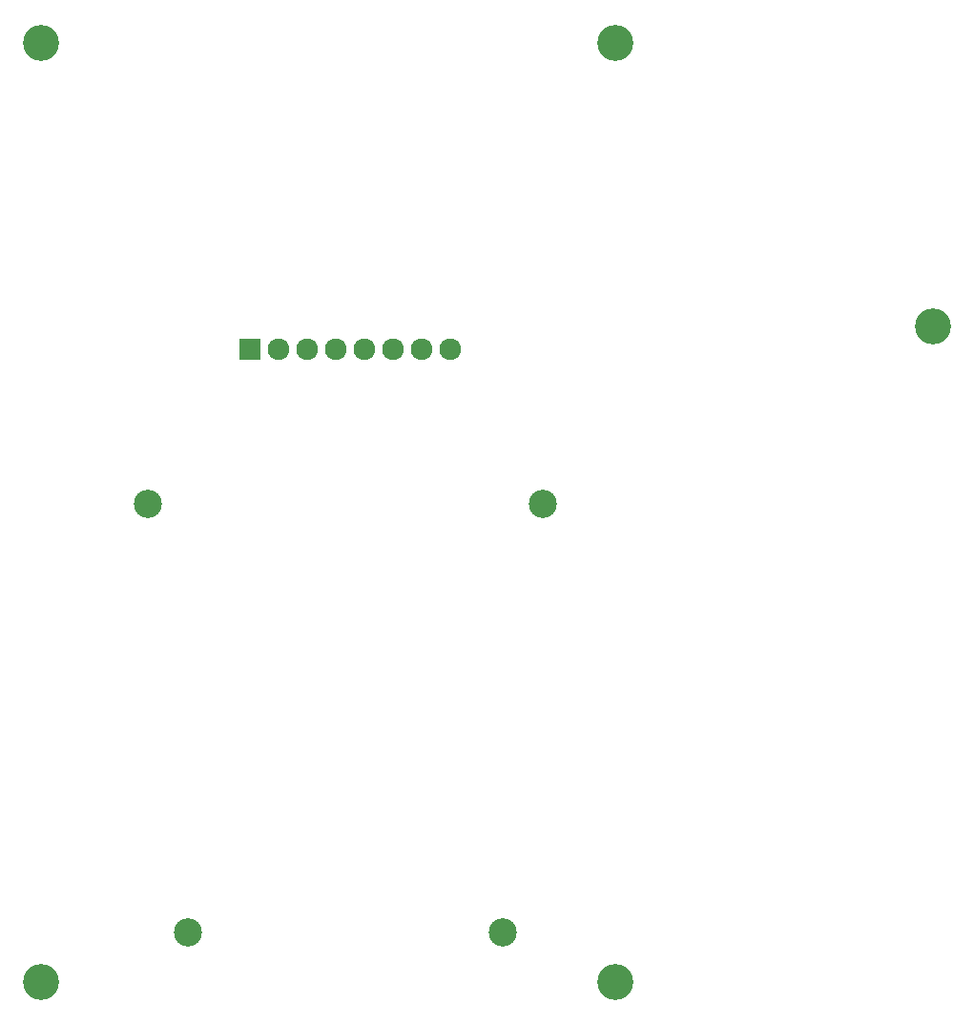
<source format=gbr>
%TF.GenerationSoftware,KiCad,Pcbnew,8.0.8*%
%TF.CreationDate,2025-03-13T01:12:54-05:00*%
%TF.ProjectId,BackTracker,4261636b-5472-4616-936b-65722e6b6963,rev?*%
%TF.SameCoordinates,Original*%
%TF.FileFunction,Soldermask,Bot*%
%TF.FilePolarity,Negative*%
%FSLAX46Y46*%
G04 Gerber Fmt 4.6, Leading zero omitted, Abs format (unit mm)*
G04 Created by KiCad (PCBNEW 8.0.8) date 2025-03-13 01:12:54*
%MOMM*%
%LPD*%
G01*
G04 APERTURE LIST*
G04 Aperture macros list*
%AMRoundRect*
0 Rectangle with rounded corners*
0 $1 Rounding radius*
0 $2 $3 $4 $5 $6 $7 $8 $9 X,Y pos of 4 corners*
0 Add a 4 corners polygon primitive as box body*
4,1,4,$2,$3,$4,$5,$6,$7,$8,$9,$2,$3,0*
0 Add four circle primitives for the rounded corners*
1,1,$1+$1,$2,$3*
1,1,$1+$1,$4,$5*
1,1,$1+$1,$6,$7*
1,1,$1+$1,$8,$9*
0 Add four rect primitives between the rounded corners*
20,1,$1+$1,$2,$3,$4,$5,0*
20,1,$1+$1,$4,$5,$6,$7,0*
20,1,$1+$1,$6,$7,$8,$9,0*
20,1,$1+$1,$8,$9,$2,$3,0*%
G04 Aperture macros list end*
%ADD10C,3.200000*%
%ADD11RoundRect,0.102000X-0.862500X-0.862500X0.862500X-0.862500X0.862500X0.862500X-0.862500X0.862500X0*%
%ADD12C,1.929000*%
%ADD13C,2.500000*%
G04 APERTURE END LIST*
D10*
%TO.C,H1*%
X75819000Y-43434000D03*
%TD*%
%TO.C,H4*%
X75819000Y-126746000D03*
%TD*%
D11*
%TO.C,U2*%
X94361000Y-70612000D03*
D12*
X96901000Y-70612000D03*
X99441000Y-70612000D03*
X101981000Y-70612000D03*
X104521000Y-70612000D03*
X107061000Y-70612000D03*
X109601000Y-70612000D03*
X112141000Y-70612000D03*
D13*
X88811000Y-122372000D03*
X116811000Y-122372000D03*
X85311000Y-84372000D03*
X120311000Y-84372000D03*
%TD*%
D10*
%TO.C,H1*%
X126746000Y-43434000D03*
%TD*%
%TO.C,H4*%
X126746000Y-126746000D03*
%TD*%
%TO.C,H3*%
X154940000Y-68605000D03*
%TD*%
M02*

</source>
